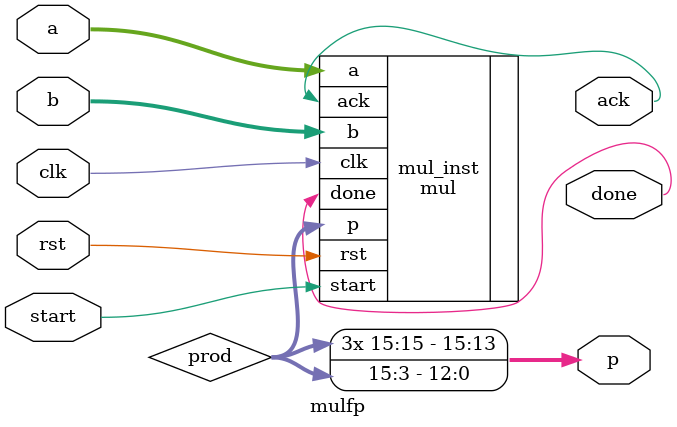
<source format=v>
module addfp #(parameter AWIDTH = 5, A_FR = 4, BWIDTH = 5, B_FR = 4, OWIDTH = 6, O_FR = 4)(a, b, s);
input signed [AWIDTH-1:0] a;
input signed [BWIDTH-1:0] b;
output signed [OWIDTH-1:0] s;
localparam integer MAX_FR = (A_FR > B_FR) ? A_FR : B_FR;
localparam integer SHIFT = MAX_FR - O_FR;
function automatic signed [OWIDTH-1:0] signext_a;
input signed [AWIDTH-1:0] in;
begin
if(OWIDTH > AWIDTH)
signext_a = {{(OWIDTH-AWIDTH){in[AWIDTH-1]}}, in};
else if (OWIDTH == AWIDTH)
signext_a = in;
else
signext_a = in[OWIDTH-1:0];
end
endfunction
function automatic signed [OWIDTH-1:0] signext_b;
input signed [BWIDTH-1:0] in;
begin
if(OWIDTH > BWIDTH)
signext_b = {{(OWIDTH-BWIDTH){in[BWIDTH-1]}}, in};
else if (OWIDTH == BWIDTH)
signext_b = in;
else
signext_b = in[OWIDTH-1:0];
end
endfunction
wire signed [OWIDTH-1:0] a_ext = signext_a(a);
wire signed [OWIDTH-1:0] b_ext = signext_b(b);
wire signed [OWIDTH-1:0] a_align =
(A_FR < MAX_FR) ? (a_ext <<< (MAX_FR - A_FR)) : a_ext;
wire signed [OWIDTH-1:0] b_align =
(B_FR < MAX_FR) ? (b_ext <<< (MAX_FR - B_FR)) : b_ext;
wire signed [OWIDTH:0] sum = a_align + b_align;
assign s = (SHIFT >= 0) ? sum >>> SHIFT : sum <<< (-SHIFT);
endmodule
module mulfp #(parameter WIDTH = 8, IFR = 4, OWIDTH = 16, OFR = 5)(a, b, p, done, ack, start, clk, rst);
input wire signed [WIDTH-1:0] a, b;
input wire clk, rst, start;
output wire signed [OWIDTH-1:0] p;
output wire done, ack;
wire signed [(2*WIDTH)-1:0] prod;
localparam integer SHIFT = (2*IFR) - OFR;
assign p = (SHIFT >= 0) ? prod >>> SHIFT : prod <<< (-SHIFT);
mul #(.WIDTH(WIDTH))
mul_inst (.a(a), .b(b), .p(prod), .done(done),
.ack(ack), .start(start), .clk(clk), .rst(rst));
endmodule
</source>
